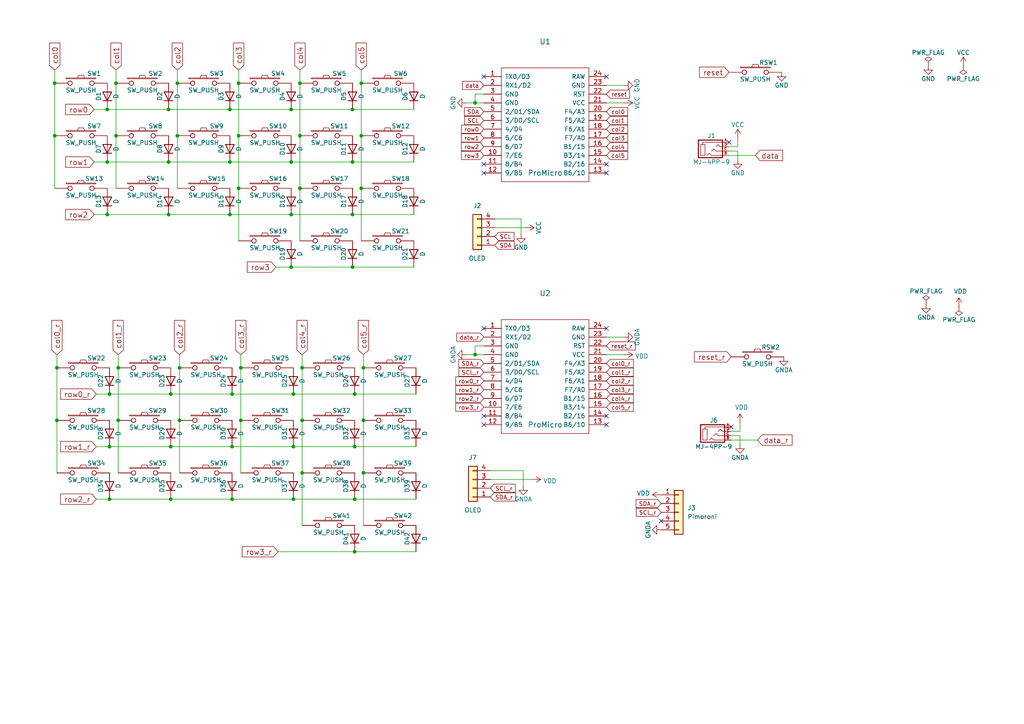
<source format=kicad_sch>
(kicad_sch (version 20211123) (generator eeschema)
  (paper "A4")
  (title_block (title "Corne Light") (date "2020-10-13") (rev "2.0") (company "foostan"))
  (lib_symbols
    (symbol "Connector_Generic:Conn_01x04" (pin_names (offset 1.016) hide)
      (property "Reference" "J" (at 0 5.08 0))
      (property "Value" "Conn_01x04" (at 0 -7.62 0))
      (symbol "Conn_01x04_1_1"
        (rectangle (start -1.27 -4.953) (end 0 -5.207) (stroke (width 0.1524)))
        (rectangle (start -1.27 -2.413) (end 0 -2.667) (stroke (width 0.1524)))
        (rectangle (start -1.27 0.127) (end 0 -0.127) (stroke (width 0.1524)))
        (rectangle (start -1.27 2.667) (end 0 2.413) (stroke (width 0.1524)))
        (rectangle (start -1.27 3.81) (end 1.27 -6.35) (stroke (width 0.254)) (fill (type background)))
        (pin passive line (at -5.08 2.54 0) (length 3.81) (name "Pin_1") (number "1"))
        (pin passive line (at -5.08 0 0) (length 3.81) (name "Pin_2") (number "2"))
        (pin passive line (at -5.08 -2.54 0) (length 3.81) (name "Pin_3") (number "3"))
        (pin passive line (at -5.08 -5.08 0) (length 3.81) (name "Pin_4") (number "4"))
      )
    )
    (symbol "Connector_Generic:Conn_01x05" (pin_names (offset 1.016) hide)
      (property "Reference" "J" (at 0 7.62 0))
      (property "Value" "Conn_01x05" (at 0 -7.62 0))
      (symbol "Conn_01x05_1_1"
        (rectangle (start -1.27 -4.953) (end 0 -5.207) (stroke (width 0.1524)))
        (rectangle (start -1.27 -2.413) (end 0 -2.667) (stroke (width 0.1524)))
        (rectangle (start -1.27 0.127) (end 0 -0.127) (stroke (width 0.1524)))
        (rectangle (start -1.27 2.667) (end 0 2.413) (stroke (width 0.1524)))
        (rectangle (start -1.27 5.207) (end 0 4.953) (stroke (width 0.1524)))
        (rectangle (start -1.27 6.35) (end 1.27 -6.35) (stroke (width 0.254)) (fill (type background)))
        (pin passive line (at -5.08 5.08 0) (length 3.81) (name "Pin_1") (number "1"))
        (pin passive line (at -5.08 2.54 0) (length 3.81) (name "Pin_2") (number "2"))
        (pin passive line (at -5.08 0 0) (length 3.81) (name "Pin_3") (number "3"))
        (pin passive line (at -5.08 -2.54 0) (length 3.81) (name "Pin_4") (number "4"))
        (pin passive line (at -5.08 -5.08 0) (length 3.81) (name "Pin_5") (number "5"))
      )
    )
    (symbol "Device:D" (pin_numbers hide) (pin_names (offset 1.016) hide)
      (property "Reference" "D" (at 0 2.54 0))
      (property "Value" "D" (at 0 -2.54 0))
      (symbol "D_0_1"
        (polyline (pts (xy -1.27 1.27) (xy -1.27 -1.27)) (stroke (width 0.254)))
        (polyline (pts (xy 1.27 0) (xy -1.27 0)))
        (polyline (pts (xy 1.27 1.27) (xy 1.27 -1.27) (xy -1.27 0) (xy 1.27 1.27)) (stroke (width 0.254)))
      )
      (symbol "D_1_1"
        (pin passive line (at -3.81 0 0) (length 2.54) (name "K") (number "1"))
        (pin passive line (at 3.81 0 180) (length 2.54) (name "A") (number "2"))
      )
    )
    (symbol "kbd:MJ-4PP-9" (pin_names (offset 1.016))
      (property "Reference" "J" (at 0 3.81 0))
      (property "Value" "MJ-4PP-9" (at 0 -3.81 0))
      (symbol "MJ-4PP-9_0_1"
        (rectangle (start -1.905 -1.905) (end -3.175 1.27))
        (polyline (pts (xy -2.54 1.27) (xy -2.54 1.905) (xy 3.175 1.905)))
        (polyline (pts (xy -1.27 -1.905) (xy -0.635 -1.27) (xy 0 -1.905) (xy 3.175 -1.905)))
        (polyline (pts (xy 0 -0.635) (xy 0.635 0) (xy 1.27 -0.635) (xy 3.175 -0.635)))
        (polyline (pts (xy 1.27 0.635) (xy 1.905 1.27) (xy 2.54 0.635) (xy 3.175 0.635)))
        (rectangle (start 3.175 2.54) (end -3.81 -2.54) (stroke (width 0.3048)))
      )
      (symbol "MJ-4PP-9_1_1"
        (pin input line (at 5.08 1.905 180) (length 2.0066) (name "~") (number "A"))
        (pin input line (at 5.08 -1.905 180) (length 2.0066) (name "~") (number "B"))
        (pin input line (at 5.08 -0.635 180) (length 2.0066) (name "~") (number "C"))
        (pin input line (at 5.08 0.635 180) (length 2.0066) (name "~") (number "D"))
      )
    )
    (symbol "kbd:ProMicro" (pin_names (offset 1.016))
      (property "Reference" "U" (at 0 19.05 0))
      (property "Value" "ProMicro" (at 0 -19.05 0))
      (symbol "ProMicro_0_1"
        (rectangle (start -12.7 16.51) (end 12.7 -16.51))
      )
      (symbol "ProMicro_1_1"
        (pin bidirectional line (at -17.78 13.97 0) (length 5.08) (name "TX0/D3") (number "1"))
        (pin bidirectional line (at -17.78 -8.89 0) (length 5.08) (name "7/E6") (number "10"))
        (pin bidirectional line (at -17.78 -11.43 0) (length 5.08) (name "8/B4") (number "11"))
        (pin bidirectional line (at -17.78 -13.97 0) (length 5.08) (name "9/B5") (number "12"))
        (pin bidirectional line (at 17.78 -13.97 180) (length 5.08) (name "B6/10") (number "13"))
        (pin bidirectional line (at 17.78 -11.43 180) (length 5.08) (name "B2/16") (number "14"))
        (pin bidirectional line (at 17.78 -8.89 180) (length 5.08) (name "B3/14") (number "15"))
        (pin bidirectional line (at 17.78 -6.35 180) (length 5.08) (name "B1/15") (number "16"))
        (pin bidirectional line (at 17.78 -3.81 180) (length 5.08) (name "F7/A0") (number "17"))
        (pin bidirectional line (at 17.78 -1.27 180) (length 5.08) (name "F6/A1") (number "18"))
        (pin bidirectional line (at 17.78 1.27 180) (length 5.08) (name "F5/A2") (number "19"))
        (pin bidirectional line (at -17.78 11.43 0) (length 5.08) (name "RX1/D2") (number "2"))
        (pin bidirectional line (at 17.78 3.81 180) (length 5.08) (name "F4/A3") (number "20"))
        (pin power_in line (at 17.78 6.35 180) (length 5.08) (name "VCC") (number "21"))
        (pin input line (at 17.78 8.89 180) (length 5.08) (name "RST") (number "22"))
        (pin power_in line (at 17.78 11.43 180) (length 5.08) (name "GND") (number "23"))
        (pin power_out line (at 17.78 13.97 180) (length 5.08) (name "RAW") (number "24"))
        (pin power_in line (at -17.78 8.89 0) (length 5.08) (name "GND") (number "3"))
        (pin power_in line (at -17.78 6.35 0) (length 5.08) (name "GND") (number "4"))
        (pin bidirectional line (at -17.78 3.81 0) (length 5.08) (name "2/D1/SDA") (number "5"))
        (pin bidirectional line (at -17.78 1.27 0) (length 5.08) (name "3/D0/SCL") (number "6"))
        (pin bidirectional line (at -17.78 -1.27 0) (length 5.08) (name "4/D4") (number "7"))
        (pin bidirectional line (at -17.78 -3.81 0) (length 5.08) (name "5/C6") (number "8"))
        (pin bidirectional line (at -17.78 -6.35 0) (length 5.08) (name "6/D7") (number "9"))
      )
    )
    (symbol "kbd:SW_PUSH" (pin_numbers hide) (pin_names (offset 1.016) hide)
      (property "Reference" "SW" (at 3.81 2.794 0))
      (property "Value" "SW_PUSH" (at 0 -2.032 0))
      (symbol "SW_PUSH_0_1"
        (rectangle (start -4.318 1.27) (end 4.318 1.524))
        (polyline (pts (xy -1.016 1.524) (xy -0.762 2.286) (xy 0.762 2.286) (xy 1.016 1.524)))
        (pin passive inverted (at -7.62 0 0) (length 5.08) (name "1") (number "1"))
        (pin passive inverted (at 7.62 0 180) (length 5.08) (name "2") (number "2"))
      )
    )
    (symbol "power:GND" (power) (pin_names (offset 0))
      (property "Value" "GND" (at 0 -3.81 0))
      (symbol "GND_0_1"
        (polyline (pts (xy 0 0) (xy 0 -1.27) (xy 1.27 -1.27) (xy 0 -2.54) (xy -1.27 -1.27) (xy 0 -1.27)))
      )
      (symbol "GND_1_1"
        (pin power_in line (at 0 0 270) (length 0) hide (name "GND") (number "1"))
      )
    )
    (symbol "power:GNDA" (power) (pin_names (offset 0))
      (property "Value" "GNDA" (at 0 -3.81 0))
      (symbol "GNDA_0_1"
        (polyline (pts (xy 0 0) (xy 0 -1.27) (xy 1.27 -1.27) (xy 0 -2.54) (xy -1.27 -1.27) (xy 0 -1.27)))
      )
      (symbol "GNDA_1_1"
        (pin power_in line (at 0 0 270) (length 0) hide (name "GNDA") (number "1"))
      )
    )
    (symbol "power:PWR_FLAG" (power) (pin_numbers hide) (pin_names (offset 0) hide)
      (property "Value" "PWR_FLAG" (at 0 3.81 0))
      (symbol "PWR_FLAG_0_0"
        (pin power_out line (at 0 0 90) (length 0) (name "pwr") (number "1"))
      )
      (symbol "PWR_FLAG_0_1"
        (polyline (pts (xy 0 0) (xy 0 1.27) (xy -1.016 1.905) (xy 0 2.54) (xy 1.016 1.905) (xy 0 1.27)))
      )
    )
    (symbol "power:VCC" (power) (pin_names (offset 0))
      (property "Value" "VCC" (at 0 3.81 0))
      (symbol "VCC_0_1"
        (polyline (pts (xy -0.762 1.27) (xy 0 2.54)))
        (polyline (pts (xy 0 0) (xy 0 2.54)))
        (polyline (pts (xy 0 2.54) (xy 0.762 1.27)))
      )
      (symbol "VCC_1_1"
        (pin power_in line (at 0 0 90) (length 0) hide (name "VCC") (number "1"))
      )
    )
    (symbol "power:VDD" (power) (pin_names (offset 0))
      (property "Value" "VDD" (at 0 3.81 0))
      (symbol "VDD_0_1"
        (polyline (pts (xy -0.762 1.27) (xy 0 2.54)))
        (polyline (pts (xy 0 0) (xy 0 2.54)))
        (polyline (pts (xy 0 2.54) (xy 0.762 1.27)))
      )
      (symbol "VDD_1_1"
        (pin power_in line (at 0 0 90) (length 0) hide (name "VDD") (number "1"))
      )
    )
  )
  (junction (at 102.87 129.54))
  (junction (at 84.455 62.23))
  (junction (at 67.31 114.3))
  (junction (at 31.75 144.78))
  (junction (at 102.87 114.3))
  (junction (at 52.07 121.92))
  (junction (at 34.29 121.92))
  (junction (at 104.775 54.61))
  (junction (at 86.995 24.13))
  (junction (at 31.75 129.54))
  (junction (at 31.115 31.75))
  (junction (at 105.41 106.68))
  (junction (at 102.235 62.23))
  (junction (at 49.53 129.54))
  (junction (at 69.85 106.68))
  (junction (at 31.75 114.3))
  (junction (at 67.31 129.54))
  (junction (at 87.63 137.16))
  (junction (at 31.115 46.99))
  (junction (at 86.995 54.61))
  (junction (at 85.09 144.78))
  (junction (at 33.655 24.13))
  (junction (at 16.51 121.92))
  (junction (at 102.235 46.99))
  (junction (at 48.895 31.75))
  (junction (at 48.895 46.99))
  (junction (at 66.675 62.23))
  (junction (at 105.41 121.92))
  (junction (at 51.435 39.37))
  (junction (at 69.215 39.37))
  (junction (at 84.455 31.75))
  (junction (at 85.09 114.3))
  (junction (at 15.875 39.37))
  (junction (at 104.775 24.13))
  (junction (at 84.455 46.99))
  (junction (at 66.675 46.99))
  (junction (at 51.435 24.13))
  (junction (at 33.655 39.37))
  (junction (at 137.795 29.845))
  (junction (at 15.875 24.13))
  (junction (at 105.41 137.16))
  (junction (at 102.235 77.47))
  (junction (at 69.85 121.92))
  (junction (at 86.995 39.37))
  (junction (at 102.87 144.78))
  (junction (at 48.895 62.23))
  (junction (at 69.215 24.13))
  (junction (at 104.775 39.37))
  (junction (at 67.31 144.78))
  (junction (at 69.215 54.61))
  (junction (at 31.115 62.23))
  (junction (at 52.07 106.68))
  (junction (at 49.53 144.78))
  (junction (at 85.09 129.54))
  (junction (at 16.51 106.68))
  (junction (at 137.795 102.87))
  (junction (at 66.675 31.75))
  (junction (at 102.87 160.02))
  (junction (at 87.63 121.92))
  (junction (at 84.455 77.47))
  (junction (at 87.63 106.68))
  (junction (at 34.29 106.68))
  (junction (at 49.53 114.3))
  (junction (at 102.235 31.75))
  (no_connect (at 175.895 95.25))
  (no_connect (at 140.335 47.625))
  (no_connect (at 212.09 123.825))
  (no_connect (at 140.335 123.19))
  (no_connect (at 140.335 22.225))
  (no_connect (at 140.335 95.25))
  (no_connect (at 211.455 41.275))
  (no_connect (at 191.77 151.13))
  (no_connect (at 175.895 47.625))
  (no_connect (at 140.335 120.65))
  (no_connect (at 175.895 50.165))
  (no_connect (at 6.35 -20.955))
  (no_connect (at 175.895 120.65))
  (no_connect (at 175.895 22.225))
  (no_connect (at 175.895 123.19))
  (no_connect (at 140.335 50.165))
  (wire (pts (xy 86.995 39.37) (xy 86.995 54.61)))
  (wire (pts (xy 52.07 121.92) (xy 52.07 137.16)))
  (wire (pts (xy 27.94 144.78) (xy 31.75 144.78)))
  (wire (pts (xy 213.995 43.815) (xy 213.995 46.355)))
  (wire (pts (xy 87.63 102.87) (xy 87.63 106.68)))
  (wire (pts (xy 104.775 20.32) (xy 104.775 24.13)))
  (wire (pts (xy 137.795 100.33) (xy 137.795 102.87)))
  (wire (pts (xy 31.115 62.23) (xy 48.895 62.23)))
  (wire (pts (xy 69.215 54.61) (xy 69.215 69.85)))
  (wire (pts (xy 84.455 46.99) (xy 102.235 46.99)))
  (wire (pts (xy 135.255 29.845) (xy 137.795 29.845)))
  (wire (pts (xy 49.53 114.3) (xy 67.31 114.3)))
  (wire (pts (xy 31.75 144.78) (xy 49.53 144.78)))
  (wire (pts (xy 143.51 66.04) (xy 152.4 66.04)))
  (wire (pts (xy 175.895 24.765) (xy 180.975 24.765)))
  (wire (pts (xy 87.63 137.16) (xy 87.63 152.4)))
  (wire (pts (xy 15.875 20.32) (xy 15.875 24.13)))
  (wire (pts (xy 137.795 27.305) (xy 137.795 29.845)))
  (wire (pts (xy 102.235 77.47) (xy 120.015 77.47)))
  (wire (pts (xy 105.41 102.87) (xy 105.41 106.68)))
  (wire (pts (xy 34.29 121.92) (xy 34.29 137.16)))
  (wire (pts (xy 102.87 144.78) (xy 120.65 144.78)))
  (wire (pts (xy 34.29 106.68) (xy 34.29 121.92)))
  (wire (pts (xy 212.09 125.095) (xy 214.63 125.095)))
  (wire (pts (xy 211.455 43.815) (xy 213.995 43.815)))
  (wire (pts (xy 102.235 62.23) (xy 120.015 62.23)))
  (wire (pts (xy 175.895 97.79) (xy 180.975 97.79)))
  (wire (pts (xy 102.87 129.54) (xy 120.65 129.54)))
  (wire (pts (xy 86.995 24.13) (xy 86.995 39.37)))
  (wire (pts (xy 52.07 106.68) (xy 52.07 121.92)))
  (wire (pts (xy 175.895 102.87) (xy 180.975 102.87)))
  (wire (pts (xy 104.775 54.61) (xy 104.775 69.85)))
  (wire (pts (xy 69.215 24.13) (xy 69.215 39.37)))
  (wire (pts (xy 140.335 100.33) (xy 137.795 100.33)))
  (wire (pts (xy 52.07 102.87) (xy 52.07 106.68)))
  (wire (pts (xy 33.655 20.32) (xy 33.655 24.13)))
  (wire (pts (xy 69.85 121.92) (xy 69.85 137.16)))
  (wire (pts (xy 86.995 54.61) (xy 86.995 69.85)))
  (wire (pts (xy 66.675 31.75) (xy 84.455 31.75)))
  (wire (pts (xy 16.51 121.92) (xy 16.51 137.16)))
  (wire (pts (xy 16.51 102.87) (xy 16.51 106.68)))
  (wire (pts (xy 211.455 45.085) (xy 219.075 45.085)))
  (wire (pts (xy 66.675 46.99) (xy 84.455 46.99)))
  (wire (pts (xy 51.435 39.37) (xy 51.435 54.61)))
  (wire (pts (xy 84.455 31.75) (xy 102.235 31.75)))
  (wire (pts (xy 151.765 136.525) (xy 151.765 140.97)))
  (wire (pts (xy 212.09 127.635) (xy 219.71 127.635)))
  (wire (pts (xy 69.85 106.68) (xy 69.85 121.92)))
  (wire (pts (xy 51.435 24.13) (xy 51.435 39.37)))
  (wire (pts (xy 104.775 39.37) (xy 104.775 54.61)))
  (wire (pts (xy 84.455 77.47) (xy 102.235 77.47)))
  (wire (pts (xy 151.13 63.5) (xy 143.51 63.5)))
  (wire (pts (xy 214.63 126.365) (xy 214.63 128.905)))
  (wire (pts (xy 31.115 46.99) (xy 48.895 46.99)))
  (wire (pts (xy 102.87 114.3) (xy 120.65 114.3)))
  (wire (pts (xy 87.63 121.92) (xy 87.63 137.16)))
  (wire (pts (xy 102.235 31.75) (xy 120.015 31.75)))
  (wire (pts (xy 27.305 46.99) (xy 31.115 46.99)))
  (wire (pts (xy 48.895 46.99) (xy 66.675 46.99)))
  (wire (pts (xy 33.655 39.37) (xy 33.655 54.61)))
  (wire (pts (xy 84.455 62.23) (xy 102.235 62.23)))
  (wire (pts (xy 67.31 144.78) (xy 85.09 144.78)))
  (wire (pts (xy 49.53 129.54) (xy 67.31 129.54)))
  (wire (pts (xy 66.675 62.23) (xy 84.455 62.23)))
  (wire (pts (xy 27.305 31.75) (xy 31.115 31.75)))
  (wire (pts (xy 151.13 67.945) (xy 151.13 63.5)))
  (wire (pts (xy 49.53 144.78) (xy 67.31 144.78)))
  (wire (pts (xy 175.895 29.845) (xy 180.975 29.845)))
  (wire (pts (xy 102.235 46.99) (xy 120.015 46.99)))
  (wire (pts (xy 16.51 106.68) (xy 16.51 121.92)))
  (wire (pts (xy 80.01 77.47) (xy 84.455 77.47)))
  (wire (pts (xy 80.645 160.02) (xy 102.87 160.02)))
  (wire (pts (xy 85.09 114.3) (xy 102.87 114.3)))
  (wire (pts (xy 142.24 136.525) (xy 151.765 136.525)))
  (wire (pts (xy 212.09 126.365) (xy 214.63 126.365)))
  (wire (pts (xy 213.995 42.545) (xy 213.995 40.005)))
  (wire (pts (xy 67.31 114.3) (xy 85.09 114.3)))
  (wire (pts (xy 15.875 24.13) (xy 15.875 39.37)))
  (wire (pts (xy 69.85 102.87) (xy 69.85 106.68)))
  (wire (pts (xy 137.795 102.87) (xy 140.335 102.87)))
  (wire (pts (xy 135.255 102.87) (xy 137.795 102.87)))
  (wire (pts (xy 31.75 114.3) (xy 49.53 114.3)))
  (wire (pts (xy 27.94 129.54) (xy 31.75 129.54)))
  (wire (pts (xy 211.455 42.545) (xy 213.995 42.545)))
  (wire (pts (xy 31.75 129.54) (xy 49.53 129.54)))
  (wire (pts (xy 86.995 20.32) (xy 86.995 24.13)))
  (wire (pts (xy 69.215 20.32) (xy 69.215 24.13)))
  (wire (pts (xy 102.87 160.02) (xy 120.65 160.02)))
  (wire (pts (xy 67.31 129.54) (xy 85.09 129.54)))
  (wire (pts (xy 51.435 20.32) (xy 51.435 24.13)))
  (wire (pts (xy 85.09 129.54) (xy 102.87 129.54)))
  (wire (pts (xy 48.895 62.23) (xy 66.675 62.23)))
  (wire (pts (xy 105.41 137.16) (xy 105.41 152.4)))
  (wire (pts (xy 85.09 144.78) (xy 102.87 144.78)))
  (wire (pts (xy 48.895 31.75) (xy 66.675 31.75)))
  (wire (pts (xy 34.29 102.87) (xy 34.29 106.68)))
  (wire (pts (xy 140.335 27.305) (xy 137.795 27.305)))
  (wire (pts (xy 214.63 125.095) (xy 214.63 122.555)))
  (wire (pts (xy 137.795 29.845) (xy 140.335 29.845)))
  (wire (pts (xy 142.24 139.065) (xy 154.305 139.065)))
  (wire (pts (xy 33.655 24.13) (xy 33.655 39.37)))
  (wire (pts (xy 27.94 114.3) (xy 31.75 114.3)))
  (wire (pts (xy 87.63 106.68) (xy 87.63 121.92)))
  (wire (pts (xy 105.41 106.68) (xy 105.41 121.92)))
  (wire (pts (xy 27.305 62.23) (xy 31.115 62.23)))
  (wire (pts (xy 31.115 31.75) (xy 48.895 31.75)))
  (wire (pts (xy 69.215 39.37) (xy 69.215 54.61)))
  (wire (pts (xy 15.875 39.37) (xy 15.875 54.61)))
  (wire (pts (xy 104.775 24.13) (xy 104.775 39.37)))
  (wire (pts (xy 105.41 121.92) (xy 105.41 137.16)))
  (global_label "col0" (shape input) (at 175.895 32.385 0) (effects (font (size 1.1938 1.1938))) (property "Intersheet References" "${INTERSHEET_REFS}" (effects hide)))
  (global_label "row3_r" (shape input) (at 140.335 118.11 180) (effects (font (size 1.1938 1.1938))) (property "Intersheet References" "${INTERSHEET_REFS}" (effects hide)))
  (global_label "col1" (shape input) (at 175.895 34.925 0) (effects (font (size 1.1938 1.1938))) (property "Intersheet References" "${INTERSHEET_REFS}" (effects hide)))
  (global_label "row0" (shape input) (at 27.305 31.75 180) (effects (font (size 1.524 1.524))) (property "Intersheet References" "${INTERSHEET_REFS}" (effects hide)))
  (global_label "row3" (shape input) (at 80.01 77.47 180) (effects (font (size 1.524 1.524))) (property "Intersheet References" "${INTERSHEET_REFS}" (effects hide)))
  (global_label "row2_r" (shape input) (at 140.335 115.57 180) (effects (font (size 1.1938 1.1938))) (property "Intersheet References" "${INTERSHEET_REFS}" (effects hide)))
  (global_label "col0_r" (shape input) (at 16.51 102.87 90) (effects (font (size 1.524 1.524))) (property "Intersheet References" "${INTERSHEET_REFS}" (effects hide)))
  (global_label "col4_r" (shape input) (at 175.895 115.57 0) (effects (font (size 1.1938 1.1938))) (property "Intersheet References" "${INTERSHEET_REFS}" (effects hide)))
  (global_label "col0" (shape input) (at 15.875 20.32 90) (effects (font (size 1.524 1.524))) (property "Intersheet References" "${INTERSHEET_REFS}" (effects hide)))
  (global_label "col3_r" (shape input) (at 175.895 113.03 0) (effects (font (size 1.1938 1.1938))) (property "Intersheet References" "${INTERSHEET_REFS}" (effects hide)))
  (global_label "SDA_r" (shape input) (at 191.77 146.05 180) (effects (font (size 1.1938 1.1938))) (property "Intersheet References" "${INTERSHEET_REFS}" (effects hide)))
  (global_label "row1" (shape input) (at 27.305 46.99 180) (effects (font (size 1.524 1.524))) (property "Intersheet References" "${INTERSHEET_REFS}" (effects hide)))
  (global_label "SDA_r" (shape input) (at 140.335 105.41 180) (effects (font (size 1.1938 1.1938))) (property "Intersheet References" "${INTERSHEET_REFS}" (effects hide)))
  (global_label "SCL" (shape input) (at 140.335 34.925 180) (effects (font (size 1.1938 1.1938))) (property "Intersheet References" "${INTERSHEET_REFS}" (effects hide)))
  (global_label "reset" (shape input) (at 211.455 20.955 180) (effects (font (size 1.524 1.524))) (property "Intersheet References" "${INTERSHEET_REFS}" (effects hide)))
  (global_label "col3_r" (shape input) (at 69.85 102.87 90) (effects (font (size 1.524 1.524))) (property "Intersheet References" "${INTERSHEET_REFS}" (effects hide)))
  (global_label "col3" (shape input) (at 175.895 40.005 0) (effects (font (size 1.1938 1.1938))) (property "Intersheet References" "${INTERSHEET_REFS}" (effects hide)))
  (global_label "row1_r" (shape input) (at 140.335 113.03 180) (effects (font (size 1.1938 1.1938))) (property "Intersheet References" "${INTERSHEET_REFS}" (effects hide)))
  (global_label "SCL_r" (shape input) (at 191.77 148.59 180) (effects (font (size 1.1938 1.1938))) (property "Intersheet References" "${INTERSHEET_REFS}" (effects hide)))
  (global_label "col5" (shape input) (at 175.895 45.085 0) (effects (font (size 1.1938 1.1938))) (property "Intersheet References" "${INTERSHEET_REFS}" (effects hide)))
  (global_label "col1_r" (shape input) (at 34.29 102.87 90) (effects (font (size 1.524 1.524))) (property "Intersheet References" "${INTERSHEET_REFS}" (effects hide)))
  (global_label "col1" (shape input) (at 33.655 20.32 90) (effects (font (size 1.524 1.524))) (property "Intersheet References" "${INTERSHEET_REFS}" (effects hide)))
  (global_label "row1" (shape input) (at 140.335 40.005 180) (effects (font (size 1.1938 1.1938))) (property "Intersheet References" "${INTERSHEET_REFS}" (effects hide)))
  (global_label "col1_r" (shape input) (at 175.895 107.95 0) (effects (font (size 1.1938 1.1938))) (property "Intersheet References" "${INTERSHEET_REFS}" (effects hide)))
  (global_label "col4" (shape input) (at 175.895 42.545 0) (effects (font (size 1.1938 1.1938))) (property "Intersheet References" "${INTERSHEET_REFS}" (effects hide)))
  (global_label "row2_r" (shape input) (at 27.94 144.78 180) (effects (font (size 1.524 1.524))) (property "Intersheet References" "${INTERSHEET_REFS}" (effects hide)))
  (global_label "reset" (shape input) (at 175.895 27.305 0) (effects (font (size 1.1938 1.1938))) (property "Intersheet References" "${INTERSHEET_REFS}" (effects hide)))
  (global_label "SDA" (shape input) (at 143.51 71.12 0) (effects (font (size 1.1938 1.1938))) (property "Intersheet References" "${INTERSHEET_REFS}" (effects hide)))
  (global_label "col4" (shape input) (at 86.995 20.32 90) (effects (font (size 1.524 1.524))) (property "Intersheet References" "${INTERSHEET_REFS}" (effects hide)))
  (global_label "SDA" (shape input) (at 140.335 32.385 180) (effects (font (size 1.1938 1.1938))) (property "Intersheet References" "${INTERSHEET_REFS}" (effects hide)))
  (global_label "row0" (shape input) (at 140.335 37.465 180) (effects (font (size 1.1938 1.1938))) (property "Intersheet References" "${INTERSHEET_REFS}" (effects hide)))
  (global_label "row3" (shape input) (at 140.335 45.085 180) (effects (font (size 1.1938 1.1938))) (property "Intersheet References" "${INTERSHEET_REFS}" (effects hide)))
  (global_label "row3_r" (shape input) (at 80.645 160.02 180) (effects (font (size 1.524 1.524))) (property "Intersheet References" "${INTERSHEET_REFS}" (effects hide)))
  (global_label "reset_r" (shape input) (at 175.895 100.33 0) (effects (font (size 1.1938 1.1938))) (property "Intersheet References" "${INTERSHEET_REFS}" (effects hide)))
  (global_label "col5_r" (shape input) (at 175.895 118.11 0) (effects (font (size 1.1938 1.1938))) (property "Intersheet References" "${INTERSHEET_REFS}" (effects hide)))
  (global_label "col4_r" (shape input) (at 87.63 102.87 90) (effects (font (size 1.524 1.524))) (property "Intersheet References" "${INTERSHEET_REFS}" (effects hide)))
  (global_label "col2_r" (shape input) (at 52.07 102.87 90) (effects (font (size 1.524 1.524))) (property "Intersheet References" "${INTERSHEET_REFS}" (effects hide)))
  (global_label "data" (shape input) (at 140.335 24.765 180) (effects (font (size 1.1938 1.1938))) (property "Intersheet References" "${INTERSHEET_REFS}" (effects hide)))
  (global_label "SCL" (shape input) (at 143.51 68.58 0) (effects (font (size 1.1938 1.1938))) (property "Intersheet References" "${INTERSHEET_REFS}" (effects hide)))
  (global_label "row0_r" (shape input) (at 140.335 110.49 180) (effects (font (size 1.1938 1.1938))) (property "Intersheet References" "${INTERSHEET_REFS}" (effects hide)))
  (global_label "row1_r" (shape input) (at 27.94 129.54 180) (effects (font (size 1.524 1.524))) (property "Intersheet References" "${INTERSHEET_REFS}" (effects hide)))
  (global_label "data_r" (shape input) (at 140.335 97.79 180) (effects (font (size 1.1938 1.1938))) (property "Intersheet References" "${INTERSHEET_REFS}" (effects hide)))
  (global_label "col5" (shape input) (at 104.775 20.32 90) (effects (font (size 1.524 1.524))) (property "Intersheet References" "${INTERSHEET_REFS}" (effects hide)))
  (global_label "reset_r" (shape input) (at 212.09 103.505 180) (effects (font (size 1.524 1.524))) (property "Intersheet References" "${INTERSHEET_REFS}" (effects hide)))
  (global_label "row0_r" (shape input) (at 27.94 114.3 180) (effects (font (size 1.524 1.524))) (property "Intersheet References" "${INTERSHEET_REFS}" (effects hide)))
  (global_label "row2" (shape input) (at 140.335 42.545 180) (effects (font (size 1.1938 1.1938))) (property "Intersheet References" "${INTERSHEET_REFS}" (effects hide)))
  (global_label "col2" (shape input) (at 51.435 20.32 90) (effects (font (size 1.524 1.524))) (property "Intersheet References" "${INTERSHEET_REFS}" (effects hide)))
  (global_label "SDA_r" (shape input) (at 142.24 144.145 0) (effects (font (size 1.1938 1.1938))) (property "Intersheet References" "${INTERSHEET_REFS}" (effects hide)))
  (global_label "data_r" (shape input) (at 219.71 127.635 0) (effects (font (size 1.524 1.524))) (property "Intersheet References" "${INTERSHEET_REFS}" (effects hide)))
  (global_label "col2" (shape input) (at 175.895 37.465 0) (effects (font (size 1.1938 1.1938))) (property "Intersheet References" "${INTERSHEET_REFS}" (effects hide)))
  (global_label "col0_r" (shape input) (at 175.895 105.41 0) (effects (font (size 1.1938 1.1938))) (property "Intersheet References" "${INTERSHEET_REFS}" (effects hide)))
  (global_label "col3" (shape input) (at 69.215 20.32 90) (effects (font (size 1.524 1.524))) (property "Intersheet References" "${INTERSHEET_REFS}" (effects hide)))
  (global_label "row2" (shape input) (at 27.305 62.23 180) (effects (font (size 1.524 1.524))) (property "Intersheet References" "${INTERSHEET_REFS}" (effects hide)))
  (global_label "SCL_r" (shape input) (at 140.335 107.95 180) (effects (font (size 1.1938 1.1938))) (property "Intersheet References" "${INTERSHEET_REFS}" (effects hide)))
  (global_label "data" (shape input) (at 219.075 45.085 0) (effects (font (size 1.524 1.524))) (property "Intersheet References" "${INTERSHEET_REFS}" (effects hide)))
  (global_label "col5_r" (shape input) (at 105.41 102.87 90) (effects (font (size 1.524 1.524))) (property "Intersheet References" "${INTERSHEET_REFS}" (effects hide)))
  (global_label "col2_r" (shape input) (at 175.895 110.49 0) (effects (font (size 1.1938 1.1938))) (property "Intersheet References" "${INTERSHEET_REFS}" (effects hide)))
  (global_label "SCL_r" (shape input) (at 142.24 141.605 0) (effects (font (size 1.1938 1.1938))) (property "Intersheet References" "${INTERSHEET_REFS}" (effects hide)))
  (symbol (lib_id "kbd:ProMicro") (at 158.115 36.195 0) (unit 1)
    (property "Reference" "U1" (at 158.115 12.065 0) (effects (font (size 1.524 1.524))))
    (property "Value" "ProMicro" (at 158.115 50.165 0) (effects (font (size 1.524 1.524))))
    (property "Footprint" "kbd:ProMicro_v3" (effects hide))
  )
  (symbol (lib_id "kbd:SW_PUSH") (at 41.275 24.13 0) (unit 1)
    (property "Reference" "SW2" (at 45.085 21.336 0))
    (property "Value" "SW_PUSH" (at 41.275 26.162 0))
    (property "Footprint" "kbd:CherryMX_ChocV2_1u" (effects hide))
  )
  (symbol (lib_id "Device:D") (at 48.895 27.94 90) (unit 1)
    (property "Reference" "D2" (at 46.355 27.94 0))
    (property "Value" "D" (at 51.435 27.94 0))
    (property "Footprint" "kbd:D3_TH" (effects hide))
  )
  (symbol (lib_id "kbd:SW_PUSH") (at 59.055 24.13 0) (unit 1)
    (property "Reference" "SW3" (at 62.865 21.336 0))
    (property "Value" "SW_PUSH" (at 59.055 26.162 0))
    (property "Footprint" "kbd:CherryMX_ChocV2_1u" (effects hide))
  )
  (symbol (lib_id "Device:D") (at 66.675 27.94 90) (unit 1)
    (property "Reference" "D3" (at 64.135 27.94 0))
    (property "Value" "D" (at 69.215 27.94 0))
    (property "Footprint" "kbd:D3_TH" (effects hide))
  )
  (symbol (lib_id "kbd:SW_PUSH") (at 76.835 24.13 0) (unit 1)
    (property "Reference" "SW4" (at 80.645 21.336 0))
    (property "Value" "SW_PUSH" (at 76.835 26.162 0))
    (property "Footprint" "kbd:CherryMX_ChocV2_1u" (effects hide))
  )
  (symbol (lib_id "kbd:SW_PUSH") (at 94.615 24.13 0) (unit 1)
    (property "Reference" "SW5" (at 98.425 21.336 0))
    (property "Value" "SW_PUSH" (at 94.615 26.162 0))
    (property "Footprint" "kbd:CherryMX_ChocV2_1u" (effects hide))
  )
  (symbol (lib_id "kbd:SW_PUSH") (at 112.395 24.13 0) (unit 1)
    (property "Reference" "SW6" (at 116.205 21.336 0))
    (property "Value" "SW_PUSH" (at 112.395 26.162 0))
    (property "Footprint" "kbd:CherryMX_ChocV2_1u" (effects hide))
  )
  (symbol (lib_id "Device:D") (at 84.455 27.94 90) (unit 1)
    (property "Reference" "D4" (at 81.915 27.94 0))
    (property "Value" "D" (at 86.995 27.94 0))
    (property "Footprint" "kbd:D3_TH" (effects hide))
  )
  (symbol (lib_id "Device:D") (at 102.235 27.94 90) (unit 1)
    (property "Reference" "D5" (at 99.695 27.94 0))
    (property "Value" "D" (at 104.775 27.94 0))
    (property "Footprint" "kbd:D3_TH" (effects hide))
  )
  (symbol (lib_id "Device:D") (at 120.015 27.94 90) (unit 1)
    (property "Reference" "D6" (at 117.475 27.94 0))
    (property "Value" "D" (at 122.555 27.94 0))
    (property "Footprint" "kbd:D3_TH" (effects hide))
  )
  (symbol (lib_id "kbd:SW_PUSH") (at 23.495 24.13 0) (unit 1)
    (property "Reference" "SW1" (at 27.305 21.336 0))
    (property "Value" "SW_PUSH" (at 23.495 26.162 0))
    (property "Footprint" "kbd:CherryMX_ChocV2_1u" (effects hide))
  )
  (symbol (lib_id "Device:D") (at 31.115 27.94 90) (unit 1)
    (property "Reference" "D1" (at 28.575 27.94 0))
    (property "Value" "D" (at 33.655 27.94 0))
    (property "Footprint" "kbd:D3_TH" (effects hide))
  )
  (symbol (lib_id "kbd:SW_PUSH") (at 41.275 39.37 0) (unit 1)
    (property "Reference" "SW8" (at 45.085 36.576 0))
    (property "Value" "SW_PUSH" (at 41.275 41.402 0))
    (property "Footprint" "kbd:CherryMX_ChocV2_1u" (effects hide))
  )
  (symbol (lib_id "Device:D") (at 48.895 43.18 90) (unit 1)
    (property "Reference" "D8" (at 46.355 43.18 0))
    (property "Value" "D" (at 51.435 43.18 0))
    (property "Footprint" "kbd:D3_TH" (effects hide))
  )
  (symbol (lib_id "kbd:SW_PUSH") (at 59.055 39.37 0) (unit 1)
    (property "Reference" "SW9" (at 62.865 36.576 0))
    (property "Value" "SW_PUSH" (at 59.055 41.402 0))
    (property "Footprint" "kbd:CherryMX_ChocV2_1u" (effects hide))
  )
  (symbol (lib_id "Device:D") (at 66.675 43.18 90) (unit 1)
    (property "Reference" "D9" (at 64.135 43.18 0))
    (property "Value" "D" (at 69.215 43.18 0))
    (property "Footprint" "kbd:D3_TH" (effects hide))
  )
  (symbol (lib_id "kbd:SW_PUSH") (at 76.835 39.37 0) (unit 1)
    (property "Reference" "SW10" (at 80.645 36.576 0))
    (property "Value" "SW_PUSH" (at 76.835 41.402 0))
    (property "Footprint" "kbd:CherryMX_ChocV2_1u" (effects hide))
  )
  (symbol (lib_id "kbd:SW_PUSH") (at 94.615 39.37 0) (unit 1)
    (property "Reference" "SW11" (at 98.425 36.576 0))
    (property "Value" "SW_PUSH" (at 94.615 41.402 0))
    (property "Footprint" "kbd:CherryMX_ChocV2_1u" (effects hide))
  )
  (symbol (lib_id "kbd:SW_PUSH") (at 112.395 39.37 0) (unit 1)
    (property "Reference" "SW12" (at 116.205 36.576 0))
    (property "Value" "SW_PUSH" (at 112.395 41.402 0))
    (property "Footprint" "kbd:CherryMX_ChocV2_1u" (effects hide))
  )
  (symbol (lib_id "Device:D") (at 84.455 43.18 90) (unit 1)
    (property "Reference" "D10" (at 81.915 43.18 0))
    (property "Value" "D" (at 86.995 43.18 0))
    (property "Footprint" "kbd:D3_TH" (effects hide))
  )
  (symbol (lib_id "Device:D") (at 102.235 43.18 90) (unit 1)
    (property "Reference" "D11" (at 99.695 43.18 0))
    (property "Value" "D" (at 104.775 43.18 0))
    (property "Footprint" "kbd:D3_TH" (effects hide))
  )
  (symbol (lib_id "Device:D") (at 120.015 43.18 90) (unit 1)
    (property "Reference" "D12" (at 117.475 43.18 0))
    (property "Value" "D" (at 122.555 43.18 0))
    (property "Footprint" "kbd:D3_TH" (effects hide))
  )
  (symbol (lib_id "kbd:SW_PUSH") (at 23.495 39.37 0) (unit 1)
    (property "Reference" "SW7" (at 27.305 36.576 0))
    (property "Value" "SW_PUSH" (at 23.495 41.402 0))
    (property "Footprint" "kbd:CherryMX_ChocV2_1u" (effects hide))
  )
  (symbol (lib_id "Device:D") (at 31.115 43.18 90) (unit 1)
    (property "Reference" "D7" (at 28.575 43.18 0))
    (property "Value" "D" (at 33.655 43.18 0))
    (property "Footprint" "kbd:D3_TH" (effects hide))
  )
  (symbol (lib_id "kbd:SW_PUSH") (at 41.275 54.61 0) (unit 1)
    (property "Reference" "SW14" (at 45.085 51.816 0))
    (property "Value" "SW_PUSH" (at 41.275 56.642 0))
    (property "Footprint" "kbd:CherryMX_ChocV2_1u" (effects hide))
  )
  (symbol (lib_id "Device:D") (at 48.895 58.42 90) (unit 1)
    (property "Reference" "D14" (at 46.355 58.42 0))
    (property "Value" "D" (at 51.435 58.42 0))
    (property "Footprint" "kbd:D3_TH" (effects hide))
  )
  (symbol (lib_id "kbd:SW_PUSH") (at 59.055 54.61 0) (unit 1)
    (property "Reference" "SW15" (at 62.865 51.816 0))
    (property "Value" "SW_PUSH" (at 59.055 56.642 0))
    (property "Footprint" "kbd:CherryMX_ChocV2_1u" (effects hide))
  )
  (symbol (lib_id "Device:D") (at 66.675 58.42 90) (unit 1)
    (property "Reference" "D15" (at 64.135 58.42 0))
    (property "Value" "D" (at 69.215 58.42 0))
    (property "Footprint" "kbd:D3_TH" (effects hide))
  )
  (symbol (lib_id "kbd:SW_PUSH") (at 76.835 54.61 0) (unit 1)
    (property "Reference" "SW16" (at 80.645 51.816 0))
    (property "Value" "SW_PUSH" (at 76.835 56.642 0))
    (property "Footprint" "kbd:CherryMX_ChocV2_1u" (effects hide))
  )
  (symbol (lib_id "kbd:SW_PUSH") (at 94.615 54.61 0) (unit 1)
    (property "Reference" "SW17" (at 98.425 51.816 0))
    (property "Value" "SW_PUSH" (at 94.615 56.642 0))
    (property "Footprint" "kbd:CherryMX_ChocV2_1u" (effects hide))
  )
  (symbol (lib_id "kbd:SW_PUSH") (at 112.395 54.61 0) (unit 1)
    (property "Reference" "SW18" (at 116.205 51.816 0))
    (property "Value" "SW_PUSH" (at 112.395 56.642 0))
    (property "Footprint" "kbd:CherryMX_ChocV2_1u" (effects hide))
  )
  (symbol (lib_id "Device:D") (at 84.455 58.42 90) (unit 1)
    (property "Reference" "D16" (at 81.915 58.42 0))
    (property "Value" "D" (at 86.995 58.42 0))
    (property "Footprint" "kbd:D3_TH" (effects hide))
  )
  (symbol (lib_id "Device:D") (at 102.235 58.42 90) (unit 1)
    (property "Reference" "D17" (at 99.695 58.42 0))
    (property "Value" "D" (at 104.775 58.42 0))
    (property "Footprint" "kbd:D3_TH" (effects hide))
  )
  (symbol (lib_id "Device:D") (at 120.015 58.42 90) (unit 1)
    (property "Reference" "D18" (at 117.475 58.42 0))
    (property "Value" "D" (at 122.555 58.42 0))
    (property "Footprint" "kbd:D3_TH" (effects hide))
  )
  (symbol (lib_id "kbd:SW_PUSH") (at 23.495 54.61 0) (unit 1)
    (property "Reference" "SW13" (at 27.305 51.816 0))
    (property "Value" "SW_PUSH" (at 23.495 56.642 0))
    (property "Footprint" "kbd:CherryMX_ChocV2_1u" (effects hide))
  )
  (symbol (lib_id "Device:D") (at 31.115 58.42 90) (unit 1)
    (property "Reference" "D13" (at 28.575 58.42 0))
    (property "Value" "D" (at 33.655 58.42 0))
    (property "Footprint" "kbd:D3_TH" (effects hide))
  )
  (symbol (lib_id "kbd:SW_PUSH") (at 94.615 69.85 0) (unit 1)
    (property "Reference" "SW20" (at 98.425 67.056 0))
    (property "Value" "SW_PUSH" (at 94.615 71.882 0))
    (property "Footprint" "kbd:CherryMX_ChocV2_1u" (effects hide))
  )
  (symbol (lib_id "Device:D") (at 102.235 73.66 90) (unit 1)
    (property "Reference" "D20" (at 99.695 73.66 0))
    (property "Value" "D" (at 104.775 73.66 0))
    (property "Footprint" "kbd:D3_TH" (effects hide))
  )
  (symbol (lib_id "kbd:SW_PUSH") (at 112.395 69.85 0) (unit 1)
    (property "Reference" "SW21" (at 116.205 67.056 0))
    (property "Value" "SW_PUSH" (at 112.395 71.882 0))
    (property "Footprint" "kbd:CherryMX_ChocV2_1.5u" (effects hide))
  )
  (symbol (lib_id "Device:D") (at 120.015 73.66 90) (unit 1)
    (property "Reference" "D21" (at 117.475 73.66 0))
    (property "Value" "D" (at 122.555 73.66 0))
    (property "Footprint" "kbd:D3_TH" (effects hide))
  )
  (symbol (lib_id "kbd:SW_PUSH") (at 76.835 69.85 0) (unit 1)
    (property "Reference" "SW19" (at 80.645 67.056 0))
    (property "Value" "SW_PUSH" (at 76.835 71.882 0))
    (property "Footprint" "kbd:CherryMX_ChocV2_1u" (effects hide))
  )
  (symbol (lib_id "Device:D") (at 84.455 73.66 90) (unit 1)
    (property "Reference" "D19" (at 81.915 73.66 0))
    (property "Value" "D" (at 86.995 73.66 0))
    (property "Footprint" "kbd:D3_TH" (effects hide))
  )
  (symbol (lib_id "power:GND") (at 180.975 24.765 90) (unit 1)
    (property "Reference" "#PWR03" (effects hide))
    (property "Value" "GND" (at 184.785 24.765 0))
  )
  (symbol (lib_id "power:VCC") (at 180.975 29.845 270) (unit 1)
    (property "Reference" "#PWR05" (effects hide))
    (property "Value" "VCC" (at 184.785 29.845 0))
  )
  (symbol (lib_id "power:GND") (at 135.255 29.845 270) (unit 1)
    (property "Reference" "#PWR04" (effects hide))
    (property "Value" "GND" (at 131.445 29.845 0))
  )
  (symbol (lib_id "power:GND") (at 269.24 19.05 0) (unit 1)
    (property "Reference" "#PWR01" (effects hide))
    (property "Value" "GND" (at 269.24 22.86 0))
  )
  (symbol (lib_id "power:VCC") (at 279.4 19.05 0) (unit 1)
    (property "Reference" "#PWR02" (effects hide))
    (property "Value" "VCC" (at 279.4 15.24 0))
  )
  (symbol (lib_id "power:PWR_FLAG") (at 279.4 19.05 180) (unit 1)
    (property "Reference" "#FLG02" (effects hide))
    (property "Value" "PWR_FLAG" (at 279.4 22.86 0))
  )
  (symbol (lib_id "power:PWR_FLAG") (at 269.24 19.05 0) (unit 1)
    (property "Reference" "#FLG01" (effects hide))
    (property "Value" "PWR_FLAG" (at 269.24 15.24 0))
  )
  (symbol (lib_id "kbd:SW_PUSH") (at 219.075 20.955 0) (unit 1)
    (property "Reference" "RSW1" (at 222.885 18.161 0))
    (property "Value" "SW_PUSH" (at 219.075 22.987 0))
    (property "Footprint" "kbd:ResetSW_1side" (effects hide))
  )
  (symbol (lib_id "power:GND") (at 226.695 20.955 0) (unit 1)
    (property "Reference" "#PWR07" (effects hide))
    (property "Value" "GND" (at 226.695 24.765 0))
  )
  (symbol (lib_id "power:VCC") (at 213.995 40.005 0) (unit 1)
    (property "Reference" "#PWR06" (effects hide))
    (property "Value" "VCC" (at 213.995 36.195 0))
  )
  (symbol (lib_id "power:GND") (at 213.995 46.355 0) (unit 1)
    (property "Reference" "#PWR08" (effects hide))
    (property "Value" "GND" (at 213.995 50.165 0))
  )
  (symbol (lib_id "Connector_Generic:Conn_01x04") (at 138.43 68.58 180) (unit 1)
    (property "Reference" "J2" (at 138.43 59.69 0))
    (property "Value" "OLED" (at 138.43 74.93 0))
    (property "Footprint" "kbd:OLED_1side" (effects hide))
  )
  (symbol (lib_id "power:GND") (at 151.13 67.945 0) (unit 1)
    (property "Reference" "#PWR019" (effects hide))
    (property "Value" "GND" (at 151.13 71.755 0))
  )
  (symbol (lib_id "power:VCC") (at 152.4 66.04 270) (unit 1)
    (property "Reference" "#PWR018" (effects hide))
    (property "Value" "VCC" (at 156.21 66.04 0))
  )
  (symbol (lib_id "kbd:MJ-4PP-9") (at 206.375 43.18 0) (unit 1)
    (property "Reference" "J1" (at 206.375 39.37 0))
    (property "Value" "MJ-4PP-9" (at 206.375 46.99 0))
    (property "Footprint" "kbd:MJ-4PP-9_1side" (effects hide))
  )
  (symbol (lib_id "kbd:ProMicro") (at 158.115 109.22 0) (unit 1)
    (property "Reference" "U2" (at 158.115 85.09 0) (effects (font (size 1.524 1.524))))
    (property "Value" "ProMicro" (at 158.115 123.19 0) (effects (font (size 1.524 1.524))))
    (property "Footprint" "kbd:ProMicro_v3" (effects hide))
  )
  (symbol (lib_id "kbd:SW_PUSH") (at 41.91 106.68 0) (unit 1)
    (property "Reference" "SW23" (at 45.72 103.886 0))
    (property "Value" "SW_PUSH" (at 41.91 108.712 0))
    (property "Footprint" "kbd:CherryMX_ChocV2_1u" (effects hide))
  )
  (symbol (lib_id "Device:D") (at 49.53 110.49 90) (unit 1)
    (property "Reference" "D23" (at 46.99 110.49 0))
    (property "Value" "D" (at 52.07 110.49 0))
    (property "Footprint" "kbd:D3_TH" (effects hide))
  )
  (symbol (lib_id "kbd:SW_PUSH") (at 59.69 106.68 0) (unit 1)
    (property "Reference" "SW24" (at 63.5 103.886 0))
    (property "Value" "SW_PUSH" (at 59.69 108.712 0))
    (property "Footprint" "kbd:CherryMX_ChocV2_1u" (effects hide))
  )
  (symbol (lib_id "Device:D") (at 67.31 110.49 90) (unit 1)
    (property "Reference" "D24" (at 64.77 110.49 0))
    (property "Value" "D" (at 69.85 110.49 0))
    (property "Footprint" "kbd:D3_TH" (effects hide))
  )
  (symbol (lib_id "kbd:SW_PUSH") (at 77.47 106.68 0) (unit 1)
    (property "Reference" "SW25" (at 81.28 103.886 0))
    (property "Value" "SW_PUSH" (at 77.47 108.712 0))
    (property "Footprint" "kbd:CherryMX_ChocV2_1u" (effects hide))
  )
  (symbol (lib_id "kbd:SW_PUSH") (at 95.25 106.68 0) (unit 1)
    (property "Reference" "SW26" (at 99.06 103.886 0))
    (property "Value" "SW_PUSH" (at 95.25 108.712 0))
    (property "Footprint" "kbd:CherryMX_ChocV2_1u" (effects hide))
  )
  (symbol (lib_id "kbd:SW_PUSH") (at 113.03 106.68 0) (unit 1)
    (property "Reference" "SW27" (at 116.84 103.886 0))
    (property "Value" "SW_PUSH" (at 113.03 108.712 0))
    (property "Footprint" "kbd:CherryMX_ChocV2_1u" (effects hide))
  )
  (symbol (lib_id "Device:D") (at 85.09 110.49 90) (unit 1)
    (property "Reference" "D25" (at 82.55 110.49 0))
    (property "Value" "D" (at 87.63 110.49 0))
    (property "Footprint" "kbd:D3_TH" (effects hide))
  )
  (symbol (lib_id "Device:D") (at 102.87 110.49 90) (unit 1)
    (property "Reference" "D26" (at 100.33 110.49 0))
    (property "Value" "D" (at 105.41 110.49 0))
    (property "Footprint" "kbd:D3_TH" (effects hide))
  )
  (symbol (lib_id "Device:D") (at 120.65 110.49 90) (unit 1)
    (property "Reference" "D27" (at 118.11 110.49 0))
    (property "Value" "D" (at 123.19 110.49 0))
    (property "Footprint" "kbd:D3_TH" (effects hide))
  )
  (symbol (lib_id "kbd:SW_PUSH") (at 24.13 106.68 0) (unit 1)
    (property "Reference" "SW22" (at 27.94 103.886 0))
    (property "Value" "SW_PUSH" (at 24.13 108.712 0))
    (property "Footprint" "kbd:CherryMX_ChocV2_1u" (effects hide))
  )
  (symbol (lib_id "Device:D") (at 31.75 110.49 90) (unit 1)
    (property "Reference" "D22" (at 29.21 110.49 0))
    (property "Value" "D" (at 34.29 110.49 0))
    (property "Footprint" "kbd:D3_TH" (effects hide))
  )
  (symbol (lib_id "kbd:SW_PUSH") (at 41.91 121.92 0) (unit 1)
    (property "Reference" "SW29" (at 45.72 119.126 0))
    (property "Value" "SW_PUSH" (at 41.91 123.952 0))
    (property "Footprint" "kbd:CherryMX_ChocV2_1u" (effects hide))
  )
  (symbol (lib_id "Device:D") (at 49.53 125.73 90) (unit 1)
    (property "Reference" "D29" (at 46.99 125.73 0))
    (property "Value" "D" (at 52.07 125.73 0))
    (property "Footprint" "kbd:D3_TH" (effects hide))
  )
  (symbol (lib_id "kbd:SW_PUSH") (at 59.69 121.92 0) (unit 1)
    (property "Reference" "SW30" (at 63.5 119.126 0))
    (property "Value" "SW_PUSH" (at 59.69 123.952 0))
    (property "Footprint" "kbd:CherryMX_ChocV2_1u" (effects hide))
  )
  (symbol (lib_id "Device:D") (at 67.31 125.73 90) (unit 1)
    (property "Reference" "D30" (at 64.77 125.73 0))
    (property "Value" "D" (at 69.85 125.73 0))
    (property "Footprint" "kbd:D3_TH" (effects hide))
  )
  (symbol (lib_id "kbd:SW_PUSH") (at 77.47 121.92 0) (unit 1)
    (property "Reference" "SW31" (at 81.28 119.126 0))
    (property "Value" "SW_PUSH" (at 77.47 123.952 0))
    (property "Footprint" "kbd:CherryMX_ChocV2_1u" (effects hide))
  )
  (symbol (lib_id "kbd:SW_PUSH") (at 95.25 121.92 0) (unit 1)
    (property "Reference" "SW32" (at 99.06 119.126 0))
    (property "Value" "SW_PUSH" (at 95.25 123.952 0))
    (property "Footprint" "kbd:CherryMX_ChocV2_1u" (effects hide))
  )
  (symbol (lib_id "kbd:SW_PUSH") (at 113.03 121.92 0) (unit 1)
    (property "Reference" "SW33" (at 116.84 119.126 0))
    (property "Value" "SW_PUSH" (at 113.03 123.952 0))
    (property "Footprint" "kbd:CherryMX_ChocV2_1u" (effects hide))
  )
  (symbol (lib_id "Device:D") (at 85.09 125.73 90) (unit 1)
    (property "Reference" "D31" (at 82.55 125.73 0))
    (property "Value" "D" (at 87.63 125.73 0))
    (property "Footprint" "kbd:D3_TH" (effects hide))
  )
  (symbol (lib_id "Device:D") (at 102.87 125.73 90) (unit 1)
    (property "Reference" "D32" (at 100.33 125.73 0))
    (property "Value" "D" (at 105.41 125.73 0))
    (property "Footprint" "kbd:D3_TH" (effects hide))
  )
  (symbol (lib_id "Device:D") (at 120.65 125.73 90) (unit 1)
    (property "Reference" "D33" (at 118.11 125.73 0))
    (property "Value" "D" (at 123.19 125.73 0))
    (property "Footprint" "kbd:D3_TH" (effects hide))
  )
  (symbol (lib_id "kbd:SW_PUSH") (at 24.13 121.92 0) (unit 1)
    (property "Reference" "SW28" (at 27.94 119.126 0))
    (property "Value" "SW_PUSH" (at 24.13 123.952 0))
    (property "Footprint" "kbd:CherryMX_ChocV2_1u" (effects hide))
  )
  (symbol (lib_id "Device:D") (at 31.75 125.73 90) (unit 1)
    (property "Reference" "D28" (at 29.21 125.73 0))
    (property "Value" "D" (at 34.29 125.73 0))
    (property "Footprint" "kbd:D3_TH" (effects hide))
  )
  (symbol (lib_id "kbd:SW_PUSH") (at 41.91 137.16 0) (unit 1)
    (property "Reference" "SW35" (at 45.72 134.366 0))
    (property "Value" "SW_PUSH" (at 41.91 139.192 0))
    (property "Footprint" "kbd:CherryMX_ChocV2_1u" (effects hide))
  )
  (symbol (lib_id "Device:D") (at 49.53 140.97 90) (unit 1)
    (property "Reference" "D35" (at 46.99 140.97 0))
    (property "Value" "D" (at 52.07 140.97 0))
    (property "Footprint" "kbd:D3_TH" (effects hide))
  )
  (symbol (lib_id "kbd:SW_PUSH") (at 59.69 137.16 0) (unit 1)
    (property "Reference" "SW36" (at 63.5 134.366 0))
    (property "Value" "SW_PUSH" (at 59.69 139.192 0))
    (property "Footprint" "kbd:CherryMX_ChocV2_1u" (effects hide))
  )
  (symbol (lib_id "Device:D") (at 67.31 140.97 90) (unit 1)
    (property "Reference" "D36" (at 64.77 140.97 0))
    (property "Value" "D" (at 69.85 140.97 0))
    (property "Footprint" "kbd:D3_TH" (effects hide))
  )
  (symbol (lib_id "kbd:SW_PUSH") (at 77.47 137.16 0) (unit 1)
    (property "Reference" "SW37" (at 81.28 134.366 0))
    (property "Value" "SW_PUSH" (at 77.47 139.192 0))
    (property "Footprint" "kbd:CherryMX_ChocV2_1u" (effects hide))
  )
  (symbol (lib_id "kbd:SW_PUSH") (at 95.25 137.16 0) (unit 1)
    (property "Reference" "SW38" (at 99.06 134.366 0))
    (property "Value" "SW_PUSH" (at 95.25 139.192 0))
    (property "Footprint" "kbd:CherryMX_ChocV2_1u" (effects hide))
  )
  (symbol (lib_id "kbd:SW_PUSH") (at 113.03 137.16 0) (unit 1)
    (property "Reference" "SW39" (at 116.84 134.366 0))
    (property "Value" "SW_PUSH" (at 113.03 139.192 0))
    (property "Footprint" "kbd:CherryMX_ChocV2_1u" (effects hide))
  )
  (symbol (lib_id "Device:D") (at 85.09 140.97 90) (unit 1)
    (property "Reference" "D37" (at 82.55 140.97 0))
    (property "Value" "D" (at 87.63 140.97 0))
    (property "Footprint" "kbd:D3_TH" (effects hide))
  )
  (symbol (lib_id "Device:D") (at 102.87 140.97 90) (unit 1)
    (property "Reference" "D38" (at 100.33 140.97 0))
    (property "Value" "D" (at 105.41 140.97 0))
    (property "Footprint" "kbd:D3_TH" (effects hide))
  )
  (symbol (lib_id "Device:D") (at 120.65 140.97 90) (unit 1)
    (property "Reference" "D39" (at 118.11 140.97 0))
    (property "Value" "D" (at 123.19 140.97 0))
    (property "Footprint" "kbd:D3_TH" (effects hide))
  )
  (symbol (lib_id "kbd:SW_PUSH") (at 24.13 137.16 0) (unit 1)
    (property "Reference" "SW34" (at 27.94 134.366 0))
    (property "Value" "SW_PUSH" (at 24.13 139.192 0))
    (property "Footprint" "kbd:CherryMX_ChocV2_1u" (effects hide))
  )
  (symbol (lib_id "Device:D") (at 31.75 140.97 90) (unit 1)
    (property "Reference" "D34" (at 29.21 140.97 0))
    (property "Value" "D" (at 34.29 140.97 0))
    (property "Footprint" "kbd:D3_TH" (effects hide))
  )
  (symbol (lib_id "kbd:SW_PUSH") (at 95.25 152.4 0) (unit 1)
    (property "Reference" "SW41" (at 99.06 149.606 0))
    (property "Value" "SW_PUSH" (at 95.25 154.432 0))
    (property "Footprint" "kbd:CherryMX_ChocV2_1u" (effects hide))
  )
  (symbol (lib_id "Device:D") (at 102.87 156.21 90) (unit 1)
    (property "Reference" "D41" (at 100.33 156.21 0))
    (property "Value" "D" (at 105.41 156.21 0))
    (property "Footprint" "kbd:D3_TH" (effects hide))
  )
  (symbol (lib_id "kbd:SW_PUSH") (at 113.03 152.4 0) (unit 1)
    (property "Reference" "SW42" (at 116.84 149.606 0))
    (property "Value" "SW_PUSH" (at 113.03 154.432 0))
    (property "Footprint" "kbd:CherryMX_ChocV2_1.5u" (effects hide))
  )
  (symbol (lib_id "Device:D") (at 120.65 156.21 90) (unit 1)
    (property "Reference" "D42" (at 118.11 156.21 0))
    (property "Value" "D" (at 123.19 156.21 0))
    (property "Footprint" "kbd:D3_TH" (effects hide))
  )
  (symbol (lib_id "power:GNDA") (at 180.975 97.79 90) (unit 1)
    (property "Reference" "#PWR0101" (effects hide))
    (property "Value" "GNDA" (at 184.785 97.79 0))
  )
  (symbol (lib_id "power:GNDA") (at 135.255 102.87 270) (unit 1)
    (property "Reference" "#PWR0102" (effects hide))
    (property "Value" "GNDA" (at 131.445 102.87 0))
  )
  (symbol (lib_id "kbd:SW_PUSH") (at 219.71 103.505 0) (unit 1)
    (property "Reference" "RSW2" (at 223.52 100.711 0))
    (property "Value" "SW_PUSH" (at 219.71 105.537 0))
    (property "Footprint" "kbd:ResetSW_1side" (effects hide))
  )
  (symbol (lib_id "power:GNDA") (at 227.33 103.505 0) (unit 1)
    (property "Reference" "#PWR0103" (effects hide))
    (property "Value" "GNDA" (at 227.33 107.315 0))
  )
  (symbol (lib_id "power:GNDA") (at 214.63 128.905 0) (unit 1)
    (property "Reference" "#PWR0105" (effects hide))
    (property "Value" "GNDA" (at 214.63 132.715 0))
  )
  (symbol (lib_id "Connector_Generic:Conn_01x04") (at 137.16 141.605 180) (unit 1)
    (property "Reference" "J7" (at 137.16 132.715 0))
    (property "Value" "OLED" (at 137.16 147.955 0))
    (property "Footprint" "kbd:OLED_1side" (effects hide))
  )
  (symbol (lib_id "power:GNDA") (at 151.765 140.97 0) (unit 1)
    (property "Reference" "#PWR0106" (effects hide))
    (property "Value" "GNDA" (at 151.765 144.78 0))
  )
  (symbol (lib_id "kbd:MJ-4PP-9") (at 207.01 125.73 0) (unit 1)
    (property "Reference" "J6" (at 207.01 121.92 0))
    (property "Value" "MJ-4PP-9" (at 207.01 129.54 0))
    (property "Footprint" "kbd:MJ-4PP-9_1side" (effects hide))
  )
  (symbol (lib_id "power:VDD") (at 180.975 102.87 270) (unit 1)
    (property "Reference" "#PWR0104" (effects hide))
    (property "Value" "VDD" (at 184.2262 103.3018 90) (effects (justify left)))
  )
  (symbol (lib_id "power:VDD") (at 154.305 139.065 270) (unit 1)
    (property "Reference" "#PWR0107" (effects hide))
    (property "Value" "VDD" (at 157.5562 139.4968 90) (effects (justify left)))
  )
  (symbol (lib_id "power:VDD") (at 214.63 122.555 0) (unit 1)
    (property "Reference" "#PWR0113" (effects hide))
    (property "Value" "VDD" (at 215.0618 118.1608 0))
  )
  (symbol (lib_id "power:PWR_FLAG") (at 278.13 88.9 180) (unit 1)
    (property "Reference" "#FLG0101" (effects hide))
    (property "Value" "PWR_FLAG" (at 278.13 92.71 0))
  )
  (symbol (lib_id "power:VDD") (at 278.13 88.9 0) (unit 1)
    (property "Reference" "#PWR0115" (effects hide))
    (property "Value" "VDD" (at 278.5618 84.5058 0))
  )
  (symbol (lib_id "power:GNDA") (at 268.605 88.265 0) (unit 1)
    (property "Reference" "#PWR0108" (effects hide))
    (property "Value" "GNDA" (at 268.605 92.075 0))
  )
  (symbol (lib_id "power:PWR_FLAG") (at 268.605 88.265 0) (unit 1)
    (property "Reference" "#FLG0102" (effects hide))
    (property "Value" "PWR_FLAG" (at 268.605 84.455 0))
  )
  (symbol (lib_id "power:GNDA") (at 191.77 153.67 270) (unit 1)
    (property "Reference" "#PWR0110" (effects hide))
    (property "Value" "GNDA" (at 187.96 153.67 0))
  )
  (symbol (lib_id "power:VDD") (at 191.77 143.51 90) (unit 1)
    (property "Reference" "#PWR0109" (effects hide))
    (property "Value" "VDD" (at 188.5188 143.0782 90) (effects (justify left)))
  )
  (symbol (lib_id "Connector_Generic:Conn_01x05") (at 196.85 148.59 0) (unit 1)
    (property "Reference" "J3" (at 199.39 147.3199 0) (effects (justify left)))
    (property "Value" "Pimoroni" (at 199.39 149.8599 0) (effects (justify left)))
    (property "Footprint" "pimoroni:OLED_1side" (effects hide))
  )
)
</source>
